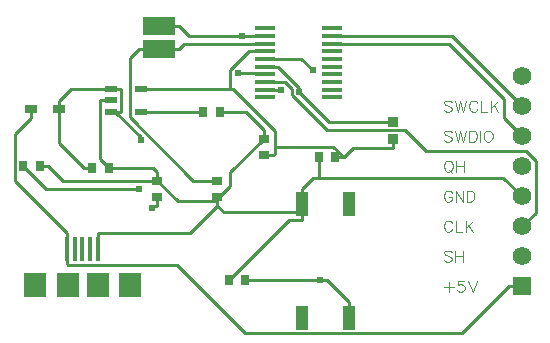
<source format=gtl>
G04 Layer: TopLayer*
G04 EasyEDA v6.5.43, 2024-08-15 14:13:16*
G04 cb6e2e9fbd21486d88ae5690d2d3dc00,10*
G04 Gerber Generator version 0.2*
G04 Scale: 100 percent, Rotated: No, Reflected: No *
G04 Dimensions in millimeters *
G04 leading zeros omitted , absolute positions ,4 integer and 5 decimal *
%FSLAX45Y45*%
%MOMM*%

%AMMACRO1*21,1,$1,$2,0,0,$3*%
%ADD10C,0.1000*%
%ADD11C,0.2540*%
%ADD12O,1.7420082X0.36400740000000004*%
%ADD13R,0.8000X0.9000*%
%ADD14R,0.9000X0.8000*%
%ADD15R,1.0000X0.7500*%
%ADD16R,1.1000X0.6000*%
%ADD17MACRO1,1.5X2.7X90.0000*%
%ADD18R,1.0000X2.0000*%
%ADD19R,0.4500X2.0000*%
%ADD20R,1.9000X2.1000*%
%ADD21MACRO1,0.864X0.8065X0.0000*%
%ADD22R,0.8640X0.8065*%
%ADD23R,1.5748X1.5748*%
%ADD24C,1.5748*%
%ADD25C,0.6100*%
%ADD26C,0.0143*%

%LPD*%
D10*
X4229354Y-344423D02*
G01*
X4220209Y-335534D01*
X4206493Y-330962D01*
X4188206Y-330962D01*
X4174743Y-335534D01*
X4165600Y-344423D01*
X4165600Y-353568D01*
X4170172Y-362712D01*
X4174743Y-367284D01*
X4183888Y-371855D01*
X4211065Y-381000D01*
X4220209Y-385318D01*
X4224781Y-389889D01*
X4229354Y-399034D01*
X4229354Y-412750D01*
X4220209Y-421894D01*
X4206493Y-426465D01*
X4188206Y-426465D01*
X4174743Y-421894D01*
X4165600Y-412750D01*
X4259325Y-330962D02*
G01*
X4281931Y-426465D01*
X4304791Y-330962D02*
G01*
X4281931Y-426465D01*
X4304791Y-330962D02*
G01*
X4327397Y-426465D01*
X4350258Y-330962D02*
G01*
X4327397Y-426465D01*
X4448302Y-353568D02*
G01*
X4443729Y-344423D01*
X4434586Y-335534D01*
X4425695Y-330962D01*
X4407408Y-330962D01*
X4398263Y-335534D01*
X4389120Y-344423D01*
X4384802Y-353568D01*
X4380229Y-367284D01*
X4380229Y-389889D01*
X4384802Y-403605D01*
X4389120Y-412750D01*
X4398263Y-421894D01*
X4407408Y-426465D01*
X4425695Y-426465D01*
X4434586Y-421894D01*
X4443729Y-412750D01*
X4448302Y-403605D01*
X4478274Y-330962D02*
G01*
X4478274Y-426465D01*
X4478274Y-426465D02*
G01*
X4532884Y-426465D01*
X4562856Y-330962D02*
G01*
X4562856Y-426465D01*
X4626609Y-330962D02*
G01*
X4562856Y-394462D01*
X4585715Y-371855D02*
G01*
X4626609Y-426465D01*
X4229354Y-598423D02*
G01*
X4220209Y-589534D01*
X4206493Y-584962D01*
X4188206Y-584962D01*
X4174743Y-589534D01*
X4165600Y-598423D01*
X4165600Y-607568D01*
X4170172Y-616712D01*
X4174743Y-621284D01*
X4183888Y-625855D01*
X4211065Y-635000D01*
X4220209Y-639318D01*
X4224781Y-643889D01*
X4229354Y-653034D01*
X4229354Y-666750D01*
X4220209Y-675894D01*
X4206493Y-680465D01*
X4188206Y-680465D01*
X4174743Y-675894D01*
X4165600Y-666750D01*
X4259325Y-584962D02*
G01*
X4281931Y-680465D01*
X4304791Y-584962D02*
G01*
X4281931Y-680465D01*
X4304791Y-584962D02*
G01*
X4327397Y-680465D01*
X4350258Y-584962D02*
G01*
X4327397Y-680465D01*
X4380229Y-584962D02*
G01*
X4380229Y-680465D01*
X4380229Y-584962D02*
G01*
X4411979Y-584962D01*
X4425695Y-589534D01*
X4434586Y-598423D01*
X4439158Y-607568D01*
X4443729Y-621284D01*
X4443729Y-643889D01*
X4439158Y-657605D01*
X4434586Y-666750D01*
X4425695Y-675894D01*
X4411979Y-680465D01*
X4380229Y-680465D01*
X4473702Y-584962D02*
G01*
X4473702Y-680465D01*
X4531106Y-584962D02*
G01*
X4521961Y-589534D01*
X4512818Y-598423D01*
X4508245Y-607568D01*
X4503674Y-621284D01*
X4503674Y-643889D01*
X4508245Y-657605D01*
X4512818Y-666750D01*
X4521961Y-675894D01*
X4531106Y-680465D01*
X4549140Y-680465D01*
X4558284Y-675894D01*
X4567427Y-666750D01*
X4572000Y-657605D01*
X4576572Y-643889D01*
X4576572Y-621284D01*
X4572000Y-607568D01*
X4567427Y-598423D01*
X4558284Y-589534D01*
X4549140Y-584962D01*
X4531106Y-584962D01*
X4192777Y-838962D02*
G01*
X4183888Y-843534D01*
X4174743Y-852423D01*
X4170172Y-861568D01*
X4165600Y-875284D01*
X4165600Y-897889D01*
X4170172Y-911605D01*
X4174743Y-920750D01*
X4183888Y-929894D01*
X4192777Y-934465D01*
X4211065Y-934465D01*
X4220209Y-929894D01*
X4229354Y-920750D01*
X4233672Y-911605D01*
X4238243Y-897889D01*
X4238243Y-875284D01*
X4233672Y-861568D01*
X4229354Y-852423D01*
X4220209Y-843534D01*
X4211065Y-838962D01*
X4192777Y-838962D01*
X4206493Y-916178D02*
G01*
X4233672Y-943355D01*
X4268215Y-838962D02*
G01*
X4268215Y-934465D01*
X4331970Y-838962D02*
G01*
X4331970Y-934465D01*
X4268215Y-884428D02*
G01*
X4331970Y-884428D01*
X4233672Y-1115568D02*
G01*
X4229354Y-1106423D01*
X4220209Y-1097534D01*
X4211065Y-1092962D01*
X4192777Y-1092962D01*
X4183888Y-1097534D01*
X4174743Y-1106423D01*
X4170172Y-1115568D01*
X4165600Y-1129284D01*
X4165600Y-1151889D01*
X4170172Y-1165605D01*
X4174743Y-1174750D01*
X4183888Y-1183894D01*
X4192777Y-1188465D01*
X4211065Y-1188465D01*
X4220209Y-1183894D01*
X4229354Y-1174750D01*
X4233672Y-1165605D01*
X4233672Y-1151889D01*
X4211065Y-1151889D02*
G01*
X4233672Y-1151889D01*
X4263897Y-1092962D02*
G01*
X4263897Y-1188465D01*
X4263897Y-1092962D02*
G01*
X4327397Y-1188465D01*
X4327397Y-1092962D02*
G01*
X4327397Y-1188465D01*
X4357370Y-1092962D02*
G01*
X4357370Y-1188465D01*
X4357370Y-1092962D02*
G01*
X4389120Y-1092962D01*
X4402836Y-1097534D01*
X4411979Y-1106423D01*
X4416552Y-1115568D01*
X4421124Y-1129284D01*
X4421124Y-1151889D01*
X4416552Y-1165605D01*
X4411979Y-1174750D01*
X4402836Y-1183894D01*
X4389120Y-1188465D01*
X4357370Y-1188465D01*
X4233672Y-1369568D02*
G01*
X4229354Y-1360423D01*
X4220209Y-1351534D01*
X4211065Y-1346962D01*
X4192777Y-1346962D01*
X4183888Y-1351534D01*
X4174743Y-1360423D01*
X4170172Y-1369568D01*
X4165600Y-1383284D01*
X4165600Y-1405889D01*
X4170172Y-1419605D01*
X4174743Y-1428750D01*
X4183888Y-1437894D01*
X4192777Y-1442465D01*
X4211065Y-1442465D01*
X4220209Y-1437894D01*
X4229354Y-1428750D01*
X4233672Y-1419605D01*
X4263897Y-1346962D02*
G01*
X4263897Y-1442465D01*
X4263897Y-1442465D02*
G01*
X4318254Y-1442465D01*
X4348225Y-1346962D02*
G01*
X4348225Y-1442465D01*
X4411979Y-1346962D02*
G01*
X4348225Y-1410462D01*
X4371086Y-1387855D02*
G01*
X4411979Y-1442465D01*
X4229354Y-1614423D02*
G01*
X4220209Y-1605534D01*
X4206493Y-1600962D01*
X4188206Y-1600962D01*
X4174743Y-1605534D01*
X4165600Y-1614423D01*
X4165600Y-1623568D01*
X4170172Y-1632712D01*
X4174743Y-1637284D01*
X4183888Y-1641855D01*
X4211065Y-1651000D01*
X4220209Y-1655318D01*
X4224781Y-1659889D01*
X4229354Y-1669034D01*
X4229354Y-1682750D01*
X4220209Y-1691894D01*
X4206493Y-1696465D01*
X4188206Y-1696465D01*
X4174743Y-1691894D01*
X4165600Y-1682750D01*
X4259325Y-1600962D02*
G01*
X4259325Y-1696465D01*
X4322825Y-1600962D02*
G01*
X4322825Y-1696465D01*
X4259325Y-1646428D02*
G01*
X4322825Y-1646428D01*
X4206493Y-1868423D02*
G01*
X4206493Y-1950465D01*
X4165600Y-1909318D02*
G01*
X4247388Y-1909318D01*
X4331970Y-1854962D02*
G01*
X4286504Y-1854962D01*
X4281931Y-1895855D01*
X4286504Y-1891284D01*
X4300220Y-1886712D01*
X4313681Y-1886712D01*
X4327397Y-1891284D01*
X4336541Y-1900428D01*
X4341113Y-1913889D01*
X4341113Y-1923034D01*
X4336541Y-1936750D01*
X4327397Y-1945894D01*
X4313681Y-1950465D01*
X4300220Y-1950465D01*
X4286504Y-1945894D01*
X4281931Y-1941321D01*
X4277359Y-1932178D01*
X4371086Y-1854962D02*
G01*
X4407408Y-1950465D01*
X4443729Y-1854962D02*
G01*
X4407408Y-1950465D01*
D11*
X1691690Y-1242313D02*
G01*
X1711756Y-1222247D01*
X1739900Y-1222247D01*
X1739900Y-1149502D02*
G01*
X1739900Y-1222247D01*
X2456002Y214807D02*
G01*
X2646603Y214807D01*
X1920341Y298195D02*
G01*
X2003729Y214807D01*
X2456002Y214807D01*
X1752600Y298195D02*
G01*
X1920341Y298195D01*
X3053029Y-75539D02*
G01*
X2957702Y19786D01*
X2646603Y19786D01*
X2267102Y-431800D02*
G01*
X2492247Y-431800D01*
X2641600Y-581152D01*
X3104997Y-983208D02*
G01*
X3060445Y-983208D01*
X2967304Y-1076350D01*
X3104997Y-812800D02*
G01*
X3104997Y-983208D01*
X4826000Y-1143000D02*
G01*
X4666208Y-983208D01*
X3104997Y-983208D01*
X2967304Y-1209090D02*
G01*
X2967304Y-1076350D01*
X2247900Y-1167688D02*
G01*
X2357958Y-1057630D01*
X2357958Y-937539D01*
X2641600Y-653897D01*
X2247900Y-1167688D02*
G01*
X2247900Y-1185875D01*
X2247900Y-1149502D02*
G01*
X2247900Y-1167688D01*
X2247900Y-1185875D02*
G01*
X1916277Y-1185875D01*
X1739900Y-1009497D01*
X2247900Y-1185875D02*
G01*
X2247900Y-1222247D01*
X743102Y-889000D02*
G01*
X815847Y-889000D01*
X815847Y-889000D02*
G01*
X936345Y-1009497D01*
X1739900Y-1009497D01*
X1327302Y-901700D02*
G01*
X1704847Y-901700D01*
X1739900Y-936752D01*
X1255445Y-330200D02*
G01*
X1252677Y-332968D01*
X1252677Y-827074D01*
X1327302Y-901700D01*
X1739900Y-1009497D02*
G01*
X1739900Y-936752D01*
X2641600Y-653897D02*
G01*
X2641600Y-581152D01*
X1343177Y-330200D02*
G01*
X1255445Y-330200D01*
X2967304Y-1275461D02*
G01*
X2301113Y-1275461D01*
X2247900Y-1222247D01*
X2967304Y-1275461D02*
G01*
X2967304Y-1341831D01*
X2967304Y-1209090D02*
G01*
X2967304Y-1275461D01*
X1234922Y-1586407D02*
G01*
X1234922Y-1453642D01*
X1234922Y-1453642D02*
G01*
X2016506Y-1453642D01*
X2247900Y-1222247D01*
X2342997Y-1854200D02*
G01*
X2855366Y-1341831D01*
X2967304Y-1341831D01*
X2419400Y-101625D02*
G01*
X2638018Y-101625D01*
X2646603Y-110210D01*
X2646603Y-240207D02*
G01*
X2785846Y-240207D01*
X2941015Y-260146D02*
G01*
X2941015Y-222910D01*
X2763316Y-45212D01*
X2646603Y-45212D01*
X3733800Y-508863D02*
G01*
X3189731Y-508863D01*
X2941015Y-260146D01*
X3115792Y-1854200D02*
G01*
X3175152Y-1854200D01*
X3357321Y-2036368D01*
X2483002Y-1854200D02*
G01*
X3115792Y-1854200D01*
X3357321Y-2169109D02*
G01*
X3357321Y-2036368D01*
X2646603Y-175209D02*
G01*
X2818993Y-175209D01*
X2877667Y-233883D01*
X2877667Y-286359D01*
X3173349Y-582040D01*
X3832453Y-582040D01*
X4012412Y-762000D01*
X4858207Y-762000D01*
X4940833Y-844626D01*
X4940833Y-1282166D01*
X4826000Y-1397000D01*
X670153Y-406400D02*
G01*
X670153Y-476630D01*
X974826Y-1586407D02*
G01*
X974826Y-1453642D01*
X974826Y-1453642D02*
G01*
X530250Y-1009065D01*
X530250Y-616534D01*
X670153Y-476630D01*
X974826Y-1594865D02*
G01*
X974826Y-1586407D01*
X974826Y-1594865D02*
G01*
X974826Y-1719122D01*
X974826Y-1719122D02*
G01*
X982040Y-1726336D01*
X1903171Y-1726336D01*
X2478811Y-2301976D01*
X4317542Y-2301976D01*
X4714519Y-1905000D01*
X4826000Y-1905000D02*
G01*
X4714519Y-1905000D01*
X1920341Y108204D02*
G01*
X1961946Y149809D01*
X2646603Y149809D01*
X1752600Y108204D02*
G01*
X1584858Y108204D01*
X2247900Y-1009497D02*
G01*
X2041956Y-1009497D01*
X1505712Y-473252D01*
X1505712Y29057D01*
X1584858Y108204D01*
X1752600Y108204D02*
G01*
X1920341Y108204D01*
X4826000Y-381000D02*
G01*
X4230192Y214807D01*
X3220796Y214807D01*
X1603222Y-425195D02*
G01*
X1690954Y-425195D01*
X1690954Y-425195D02*
G01*
X1697558Y-431800D01*
X2127097Y-431800D01*
X1384300Y-425195D02*
G01*
X1599793Y-640689D01*
X1599793Y-662025D01*
X1582648Y-1083208D02*
G01*
X797305Y-1083208D01*
X603097Y-889000D01*
X1384300Y-425195D02*
G01*
X1430934Y-425195D01*
X1343177Y-425195D02*
G01*
X1384300Y-425195D01*
X1187297Y-901700D02*
G01*
X1114552Y-901700D01*
X904646Y-406400D02*
G01*
X904646Y-691794D01*
X1114552Y-901700D01*
X904646Y-371271D02*
G01*
X904646Y-406400D01*
X1343177Y-235204D02*
G01*
X1430934Y-235204D01*
X1430934Y-235204D02*
G01*
X1431061Y-235330D01*
X1431061Y-425069D01*
X1430934Y-425195D01*
X904646Y-336169D02*
G01*
X1005611Y-235204D01*
X1343177Y-235204D01*
X904646Y-371271D02*
G01*
X904646Y-336169D01*
X4826000Y-635000D02*
G01*
X4672380Y-481380D01*
X4672380Y-316611D01*
X4205960Y149809D01*
X3220796Y149809D01*
X2356053Y-235204D02*
G01*
X2378329Y-235204D01*
X2731592Y-588467D01*
X2731592Y-723976D01*
X1603222Y-235204D02*
G01*
X2356053Y-235204D01*
X2646603Y84810D02*
G01*
X2516276Y84810D01*
X2356053Y-75412D01*
X2356053Y-235204D01*
X2731592Y-723976D02*
G01*
X3228924Y-723976D01*
X3317747Y-812800D01*
X2719349Y-793902D02*
G01*
X2731592Y-781659D01*
X2731592Y-723976D01*
X2641600Y-793902D02*
G01*
X2719349Y-793902D01*
X3733800Y-732586D02*
G01*
X3397961Y-732586D01*
X3317747Y-812800D01*
X3245002Y-812800D02*
G01*
X3317747Y-812800D01*
X3733800Y-659536D02*
G01*
X3733800Y-732586D01*
D12*
G01*
X2646603Y279806D03*
G01*
X2646603Y214807D03*
G01*
X2646603Y149809D03*
G01*
X2646603Y84810D03*
G01*
X2646603Y19786D03*
G01*
X2646603Y-45212D03*
G01*
X2646603Y-110210D03*
G01*
X2646603Y-175209D03*
G01*
X2646603Y-240207D03*
G01*
X2646603Y-305206D03*
G01*
X3220796Y279806D03*
G01*
X3220796Y214807D03*
G01*
X3220796Y149809D03*
G01*
X3220796Y84810D03*
G01*
X3220796Y19786D03*
G01*
X3220796Y-45212D03*
G01*
X3220796Y-110210D03*
G01*
X3220796Y-175209D03*
G01*
X3220796Y-240207D03*
G01*
X3220796Y-305206D03*
D13*
G01*
X3245002Y-812800D03*
G01*
X3104997Y-812800D03*
D14*
G01*
X2641600Y-793902D03*
G01*
X2641600Y-653897D03*
G01*
X1739900Y-1149502D03*
G01*
X1739900Y-1009497D03*
G01*
X2247900Y-1009497D03*
G01*
X2247900Y-1149502D03*
D13*
G01*
X603097Y-889000D03*
G01*
X743102Y-889000D03*
G01*
X1187297Y-901700D03*
G01*
X1327302Y-901700D03*
G01*
X2127097Y-431800D03*
G01*
X2267102Y-431800D03*
D15*
G01*
X670153Y-406400D03*
G01*
X904646Y-406400D03*
D16*
G01*
X1603222Y-235204D03*
G01*
X1603222Y-425195D03*
G01*
X1343177Y-425195D03*
G01*
X1343177Y-330200D03*
G01*
X1343177Y-235204D03*
D17*
G01*
X1752600Y108200D03*
G01*
X1752600Y298199D03*
D18*
G01*
X2967304Y-2169109D03*
G01*
X2967304Y-1209090D03*
G01*
X3357321Y-2169109D03*
G01*
X3357321Y-1209090D03*
D19*
G01*
X1234922Y-1586407D03*
G01*
X1169898Y-1586407D03*
G01*
X1104874Y-1586407D03*
G01*
X1039850Y-1586407D03*
G01*
X974826Y-1586407D03*
D20*
G01*
X1504899Y-1893417D03*
G01*
X704900Y-1893417D03*
G01*
X983919Y-1894941D03*
G01*
X1235887Y-1896897D03*
D13*
G01*
X2483002Y-1854200D03*
G01*
X2342997Y-1854200D03*
D21*
G01*
X3733800Y-659524D03*
D22*
G01*
X3733800Y-508863D03*
D23*
G01*
X4826000Y-1905000D03*
D24*
G01*
X4826000Y-1651000D03*
G01*
X4826000Y-1397000D03*
G01*
X4826000Y-1143000D03*
G01*
X4826000Y-889000D03*
G01*
X4826000Y-635000D03*
G01*
X4826000Y-381000D03*
G01*
X4826000Y-127000D03*
D25*
G01*
X1691690Y-1242313D03*
G01*
X2456002Y214807D03*
G01*
X3053029Y-75539D03*
G01*
X2419400Y-101625D03*
G01*
X2785846Y-240207D03*
G01*
X3115792Y-1854200D03*
G01*
X2941015Y-260146D03*
G01*
X1582648Y-1083208D03*
G01*
X1599793Y-662025D03*
M02*

</source>
